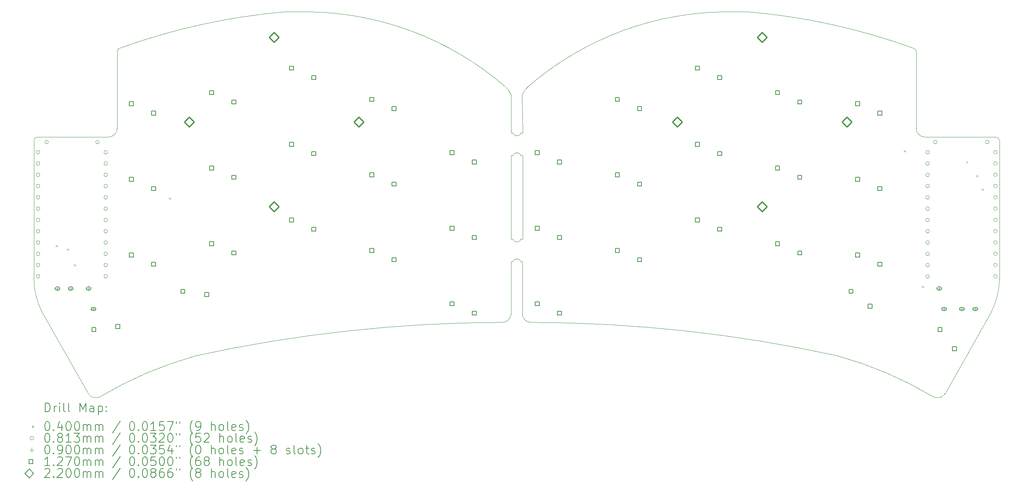
<source format=gbr>
%FSLAX45Y45*%
G04 Gerber Fmt 4.5, Leading zero omitted, Abs format (unit mm)*
G04 Created by KiCad (PCBNEW (6.0.4)) date 2022-04-16 22:53:34*
%MOMM*%
%LPD*%
G01*
G04 APERTURE LIST*
%TA.AperFunction,Profile*%
%ADD10C,0.050000*%
%TD*%
%ADD11C,0.200000*%
%ADD12C,0.040000*%
%ADD13C,0.081280*%
%ADD14C,0.090000*%
%ADD15C,0.127000*%
%ADD16C,0.220000*%
G04 APERTURE END LIST*
D10*
X13150850Y-7772400D02*
X13150600Y-8954702D01*
X21999800Y-4776400D02*
X21999805Y-3043942D01*
X22371400Y-10805000D02*
G75*
G03*
X22644600Y-10745127I107000J165000D01*
G01*
X21999800Y-4776400D02*
G75*
G03*
X22203300Y-4969492I200000J7000D01*
G01*
X21956330Y-2975887D02*
G75*
G03*
X18206778Y-2150268I-4944280J-13527342D01*
G01*
X17812039Y-2150812D02*
G75*
G03*
X13289269Y-3826465I-25399J-6872998D01*
G01*
X23868800Y-5044200D02*
G75*
G03*
X23793800Y-4969200I-75000J0D01*
G01*
X13289300Y-3826500D02*
G75*
G03*
X13146605Y-4027870I244500J-324500D01*
G01*
X13150629Y-8954702D02*
G75*
G03*
X13354400Y-9138312I197801J14642D01*
G01*
X21999800Y-3043942D02*
G75*
G03*
X21956329Y-2975889I-75000J2D01*
G01*
X22371400Y-10805000D02*
G75*
G03*
X20218513Y-9886395I-4431600J-7404000D01*
G01*
X22203300Y-4969492D02*
X23793800Y-4969200D01*
X20218514Y-9886394D02*
G75*
G03*
X13354400Y-9138312I-6921914J-31647546D01*
G01*
X23868800Y-5842000D02*
X23868800Y-6654800D01*
X23695330Y-8885815D02*
X22644600Y-10745127D01*
X23695333Y-8885816D02*
G75*
G03*
X23870000Y-8153400I-1502723J745406D01*
G01*
X18206778Y-2150268D02*
X17812039Y-2150814D01*
X23868800Y-5044200D02*
X23868800Y-5842000D01*
X13146605Y-4027870D02*
X13157200Y-4876800D01*
X12934950Y-4876800D02*
X12896000Y-4876800D01*
X23868800Y-6654800D02*
X23868800Y-7543800D01*
X23868800Y-7543800D02*
X23870000Y-8153400D01*
X12934950Y-7264400D02*
X12896000Y-7264400D01*
X12934950Y-5384800D02*
X12896000Y-5384800D01*
X12934950Y-7772400D02*
X12896000Y-7772400D01*
X13157200Y-5384800D02*
X13157200Y-7264400D01*
X7841222Y-2150268D02*
X8261361Y-2150814D01*
X2179200Y-5044200D02*
X2179200Y-5842000D01*
X12896000Y-7772400D02*
X12897551Y-8954502D01*
X12901394Y-4027870D02*
G75*
G03*
X12758700Y-3826500I-387195J-123130D01*
G01*
X12693600Y-9138312D02*
G75*
G03*
X12897551Y-8954502I5950J198452D01*
G01*
X4048200Y-4776400D02*
X4048195Y-3043942D01*
X2179200Y-6654800D02*
X2179200Y-7391400D01*
X2352670Y-8885815D02*
X3403400Y-10745127D01*
X3844700Y-4969492D02*
G75*
G03*
X4048200Y-4776400I3500J200092D01*
G01*
X7841222Y-2150268D02*
G75*
G03*
X4091671Y-2975889I1194733J-14352958D01*
G01*
X12693600Y-9138312D02*
G75*
G03*
X5829487Y-9886395I57805J-32395641D01*
G01*
X2178000Y-8153400D02*
G75*
G03*
X2352670Y-8885815I1677385J12995D01*
G01*
X2254200Y-4969200D02*
G75*
G03*
X2179200Y-5044200I0J-75000D01*
G01*
X3844700Y-4969492D02*
X2254200Y-4969200D01*
X2179200Y-5842000D02*
X2179200Y-6654800D01*
X4091669Y-2975885D02*
G75*
G03*
X4048195Y-3043942I31531J-68055D01*
G01*
X3403400Y-10745127D02*
G75*
G03*
X3676600Y-10805000I166200J105127D01*
G01*
X12758699Y-3826501D02*
G75*
G03*
X8261361Y-2150814I-4497339J-5197309D01*
G01*
X5829487Y-9886395D02*
G75*
G03*
X3676600Y-10805000I2278713J-8322605D01*
G01*
X2179200Y-7391400D02*
X2178000Y-8153400D01*
X12896000Y-5384800D02*
X12896000Y-7264400D01*
X12901394Y-4027870D02*
X12896000Y-4876800D01*
X13157200Y-7264400D02*
X13125450Y-7264400D01*
X12934950Y-4876800D02*
G75*
G03*
X13125450Y-4876800I95250J38100D01*
G01*
X13125450Y-7772400D02*
G75*
G03*
X12934950Y-7772400I-95250J-38100D01*
G01*
X13125450Y-5384800D02*
G75*
G03*
X12934950Y-5384800I-95250J-38100D01*
G01*
X13157200Y-4876800D02*
X13125450Y-4876800D01*
X12934950Y-7264400D02*
G75*
G03*
X13125450Y-7264400I95250J38100D01*
G01*
X13150850Y-7772400D02*
X13125450Y-7772400D01*
X13157200Y-5384800D02*
X13125450Y-5384800D01*
D11*
D12*
X2672400Y-7396800D02*
X2712400Y-7436800D01*
X2712400Y-7396800D02*
X2672400Y-7436800D01*
X2926400Y-7473000D02*
X2966400Y-7513000D01*
X2966400Y-7473000D02*
X2926400Y-7513000D01*
X3078800Y-7828600D02*
X3118800Y-7868600D01*
X3118800Y-7828600D02*
X3078800Y-7868600D01*
X5212400Y-6330000D02*
X5252400Y-6370000D01*
X5252400Y-6330000D02*
X5212400Y-6370000D01*
X21722400Y-5263200D02*
X21762400Y-5303200D01*
X21762400Y-5263200D02*
X21722400Y-5303200D01*
X22128800Y-8311200D02*
X22168800Y-8351200D01*
X22168800Y-8311200D02*
X22128800Y-8351200D01*
X23123700Y-5512900D02*
X23163700Y-5552900D01*
X23163700Y-5512900D02*
X23123700Y-5552900D01*
X23348000Y-5822000D02*
X23388000Y-5862000D01*
X23388000Y-5822000D02*
X23348000Y-5862000D01*
X23475000Y-6126800D02*
X23515000Y-6166800D01*
X23515000Y-6126800D02*
X23475000Y-6166800D01*
D13*
X2312380Y-5308600D02*
G75*
G03*
X2312380Y-5308600I-40640J0D01*
G01*
X2312380Y-5562600D02*
G75*
G03*
X2312380Y-5562600I-40640J0D01*
G01*
X2312380Y-5816600D02*
G75*
G03*
X2312380Y-5816600I-40640J0D01*
G01*
X2312380Y-6070600D02*
G75*
G03*
X2312380Y-6070600I-40640J0D01*
G01*
X2312380Y-6324600D02*
G75*
G03*
X2312380Y-6324600I-40640J0D01*
G01*
X2312380Y-6578600D02*
G75*
G03*
X2312380Y-6578600I-40640J0D01*
G01*
X2312380Y-6832600D02*
G75*
G03*
X2312380Y-6832600I-40640J0D01*
G01*
X2312380Y-7086600D02*
G75*
G03*
X2312380Y-7086600I-40640J0D01*
G01*
X2312380Y-7340600D02*
G75*
G03*
X2312380Y-7340600I-40640J0D01*
G01*
X2312380Y-7594600D02*
G75*
G03*
X2312380Y-7594600I-40640J0D01*
G01*
X2312380Y-7848600D02*
G75*
G03*
X2312380Y-7848600I-40640J0D01*
G01*
X2312380Y-8102600D02*
G75*
G03*
X2312380Y-8102600I-40640J0D01*
G01*
X2504440Y-5080000D02*
G75*
G03*
X2504440Y-5080000I-40640J0D01*
G01*
X3647440Y-5080000D02*
G75*
G03*
X3647440Y-5080000I-40640J0D01*
G01*
X3834380Y-5308600D02*
G75*
G03*
X3834380Y-5308600I-40640J0D01*
G01*
X3834380Y-5562600D02*
G75*
G03*
X3834380Y-5562600I-40640J0D01*
G01*
X3834380Y-5816600D02*
G75*
G03*
X3834380Y-5816600I-40640J0D01*
G01*
X3834380Y-6070600D02*
G75*
G03*
X3834380Y-6070600I-40640J0D01*
G01*
X3834380Y-6324600D02*
G75*
G03*
X3834380Y-6324600I-40640J0D01*
G01*
X3834380Y-6578600D02*
G75*
G03*
X3834380Y-6578600I-40640J0D01*
G01*
X3834380Y-6832600D02*
G75*
G03*
X3834380Y-6832600I-40640J0D01*
G01*
X3834380Y-7086600D02*
G75*
G03*
X3834380Y-7086600I-40640J0D01*
G01*
X3834380Y-7340600D02*
G75*
G03*
X3834380Y-7340600I-40640J0D01*
G01*
X3834380Y-7594600D02*
G75*
G03*
X3834380Y-7594600I-40640J0D01*
G01*
X3834380Y-7848600D02*
G75*
G03*
X3834380Y-7848600I-40640J0D01*
G01*
X3834380Y-8102600D02*
G75*
G03*
X3834380Y-8102600I-40640J0D01*
G01*
X22297580Y-5308600D02*
G75*
G03*
X22297580Y-5308600I-40640J0D01*
G01*
X22297580Y-5562600D02*
G75*
G03*
X22297580Y-5562600I-40640J0D01*
G01*
X22297580Y-5816600D02*
G75*
G03*
X22297580Y-5816600I-40640J0D01*
G01*
X22297580Y-6070600D02*
G75*
G03*
X22297580Y-6070600I-40640J0D01*
G01*
X22297580Y-6324600D02*
G75*
G03*
X22297580Y-6324600I-40640J0D01*
G01*
X22297580Y-6578600D02*
G75*
G03*
X22297580Y-6578600I-40640J0D01*
G01*
X22297580Y-6832600D02*
G75*
G03*
X22297580Y-6832600I-40640J0D01*
G01*
X22297580Y-7086600D02*
G75*
G03*
X22297580Y-7086600I-40640J0D01*
G01*
X22297580Y-7340600D02*
G75*
G03*
X22297580Y-7340600I-40640J0D01*
G01*
X22297580Y-7594600D02*
G75*
G03*
X22297580Y-7594600I-40640J0D01*
G01*
X22297580Y-7848600D02*
G75*
G03*
X22297580Y-7848600I-40640J0D01*
G01*
X22297580Y-8102600D02*
G75*
G03*
X22297580Y-8102600I-40640J0D01*
G01*
X22468840Y-5080000D02*
G75*
G03*
X22468840Y-5080000I-40640J0D01*
G01*
X23637240Y-5080000D02*
G75*
G03*
X23637240Y-5080000I-40640J0D01*
G01*
X23819580Y-5308600D02*
G75*
G03*
X23819580Y-5308600I-40640J0D01*
G01*
X23819580Y-5562600D02*
G75*
G03*
X23819580Y-5562600I-40640J0D01*
G01*
X23819580Y-5816600D02*
G75*
G03*
X23819580Y-5816600I-40640J0D01*
G01*
X23819580Y-6070600D02*
G75*
G03*
X23819580Y-6070600I-40640J0D01*
G01*
X23819580Y-6324600D02*
G75*
G03*
X23819580Y-6324600I-40640J0D01*
G01*
X23819580Y-6578600D02*
G75*
G03*
X23819580Y-6578600I-40640J0D01*
G01*
X23819580Y-6832600D02*
G75*
G03*
X23819580Y-6832600I-40640J0D01*
G01*
X23819580Y-7086600D02*
G75*
G03*
X23819580Y-7086600I-40640J0D01*
G01*
X23819580Y-7340600D02*
G75*
G03*
X23819580Y-7340600I-40640J0D01*
G01*
X23819580Y-7594600D02*
G75*
G03*
X23819580Y-7594600I-40640J0D01*
G01*
X23819580Y-7848600D02*
G75*
G03*
X23819580Y-7848600I-40640J0D01*
G01*
X23819580Y-8102600D02*
G75*
G03*
X23819580Y-8102600I-40640J0D01*
G01*
D14*
X2707600Y-8330200D02*
X2707600Y-8420200D01*
X2662600Y-8375200D02*
X2752600Y-8375200D01*
D11*
X2687600Y-8410200D02*
X2727600Y-8410200D01*
X2687600Y-8340200D02*
X2727600Y-8340200D01*
X2727600Y-8410200D02*
G75*
G03*
X2727600Y-8340200I0J35000D01*
G01*
X2687600Y-8340200D02*
G75*
G03*
X2687600Y-8410200I0J-35000D01*
G01*
D14*
X3007600Y-8330200D02*
X3007600Y-8420200D01*
X2962600Y-8375200D02*
X3052600Y-8375200D01*
D11*
X2987600Y-8410200D02*
X3027600Y-8410200D01*
X2987600Y-8340200D02*
X3027600Y-8340200D01*
X3027600Y-8410200D02*
G75*
G03*
X3027600Y-8340200I0J35000D01*
G01*
X2987600Y-8340200D02*
G75*
G03*
X2987600Y-8410200I0J-35000D01*
G01*
D14*
X3407600Y-8330200D02*
X3407600Y-8420200D01*
X3362600Y-8375200D02*
X3452600Y-8375200D01*
D11*
X3387600Y-8410200D02*
X3427600Y-8410200D01*
X3387600Y-8340200D02*
X3427600Y-8340200D01*
X3427600Y-8410200D02*
G75*
G03*
X3427600Y-8340200I0J35000D01*
G01*
X3387600Y-8340200D02*
G75*
G03*
X3387600Y-8410200I0J-35000D01*
G01*
D14*
X3517600Y-8790200D02*
X3517600Y-8880200D01*
X3472600Y-8835200D02*
X3562600Y-8835200D01*
D11*
X3497600Y-8870200D02*
X3537600Y-8870200D01*
X3497600Y-8800200D02*
X3537600Y-8800200D01*
X3537600Y-8870200D02*
G75*
G03*
X3537600Y-8800200I0J35000D01*
G01*
X3497600Y-8800200D02*
G75*
G03*
X3497600Y-8870200I0J-35000D01*
G01*
D14*
X22517400Y-8330200D02*
X22517400Y-8420200D01*
X22472400Y-8375200D02*
X22562400Y-8375200D01*
D11*
X22537400Y-8340200D02*
X22497400Y-8340200D01*
X22537400Y-8410200D02*
X22497400Y-8410200D01*
X22497400Y-8340200D02*
G75*
G03*
X22497400Y-8410200I0J-35000D01*
G01*
X22537400Y-8410200D02*
G75*
G03*
X22537400Y-8340200I0J35000D01*
G01*
D14*
X22627400Y-8790200D02*
X22627400Y-8880200D01*
X22582400Y-8835200D02*
X22672400Y-8835200D01*
D11*
X22647400Y-8800200D02*
X22607400Y-8800200D01*
X22647400Y-8870200D02*
X22607400Y-8870200D01*
X22607400Y-8800200D02*
G75*
G03*
X22607400Y-8870200I0J-35000D01*
G01*
X22647400Y-8870200D02*
G75*
G03*
X22647400Y-8800200I0J35000D01*
G01*
D14*
X23027400Y-8790200D02*
X23027400Y-8880200D01*
X22982400Y-8835200D02*
X23072400Y-8835200D01*
D11*
X23047400Y-8800200D02*
X23007400Y-8800200D01*
X23047400Y-8870200D02*
X23007400Y-8870200D01*
X23007400Y-8800200D02*
G75*
G03*
X23007400Y-8870200I0J-35000D01*
G01*
X23047400Y-8870200D02*
G75*
G03*
X23047400Y-8800200I0J35000D01*
G01*
D14*
X23327400Y-8790200D02*
X23327400Y-8880200D01*
X23282400Y-8835200D02*
X23372400Y-8835200D01*
D11*
X23347400Y-8800200D02*
X23307400Y-8800200D01*
X23347400Y-8870200D02*
X23307400Y-8870200D01*
X23307400Y-8800200D02*
G75*
G03*
X23307400Y-8870200I0J-35000D01*
G01*
X23347400Y-8870200D02*
G75*
G03*
X23347400Y-8800200I0J35000D01*
G01*
D15*
X3571702Y-9342147D02*
X3571702Y-9252343D01*
X3481898Y-9252343D01*
X3481898Y-9342147D01*
X3571702Y-9342147D01*
X4109714Y-9274012D02*
X4109714Y-9184209D01*
X4019911Y-9184209D01*
X4019911Y-9274012D01*
X4109714Y-9274012D01*
X4413502Y-4263102D02*
X4413502Y-4173298D01*
X4323698Y-4173298D01*
X4323698Y-4263102D01*
X4413502Y-4263102D01*
X4413502Y-5962102D02*
X4413502Y-5872298D01*
X4323698Y-5872298D01*
X4323698Y-5962102D01*
X4413502Y-5962102D01*
X4413502Y-7663902D02*
X4413502Y-7574098D01*
X4323698Y-7574098D01*
X4323698Y-7663902D01*
X4413502Y-7663902D01*
X4913502Y-4473102D02*
X4913502Y-4383298D01*
X4823698Y-4383298D01*
X4823698Y-4473102D01*
X4913502Y-4473102D01*
X4913502Y-6172102D02*
X4913502Y-6082298D01*
X4823698Y-6082298D01*
X4823698Y-6172102D01*
X4913502Y-6172102D01*
X4913502Y-7873902D02*
X4913502Y-7784098D01*
X4823698Y-7784098D01*
X4823698Y-7873902D01*
X4913502Y-7873902D01*
X5569999Y-8483206D02*
X5569999Y-8393402D01*
X5480195Y-8393402D01*
X5480195Y-8483206D01*
X5569999Y-8483206D01*
X6107313Y-8556640D02*
X6107313Y-8466837D01*
X6017510Y-8466837D01*
X6017510Y-8556640D01*
X6107313Y-8556640D01*
X6214902Y-4013102D02*
X6214902Y-3923298D01*
X6125098Y-3923298D01*
X6125098Y-4013102D01*
X6214902Y-4013102D01*
X6214902Y-5708102D02*
X6214902Y-5618298D01*
X6125098Y-5618298D01*
X6125098Y-5708102D01*
X6214902Y-5708102D01*
X6214902Y-7409902D02*
X6214902Y-7320098D01*
X6125098Y-7320098D01*
X6125098Y-7409902D01*
X6214902Y-7409902D01*
X6714902Y-4223102D02*
X6714902Y-4133298D01*
X6625098Y-4133298D01*
X6625098Y-4223102D01*
X6714902Y-4223102D01*
X6714902Y-5918102D02*
X6714902Y-5828298D01*
X6625098Y-5828298D01*
X6625098Y-5918102D01*
X6714902Y-5918102D01*
X6714902Y-7619902D02*
X6714902Y-7530098D01*
X6625098Y-7530098D01*
X6625098Y-7619902D01*
X6714902Y-7619902D01*
X8013702Y-3463102D02*
X8013702Y-3373298D01*
X7923898Y-3373298D01*
X7923898Y-3463102D01*
X8013702Y-3463102D01*
X8013702Y-5174702D02*
X8013702Y-5084898D01*
X7923898Y-5084898D01*
X7923898Y-5174702D01*
X8013702Y-5174702D01*
X8013702Y-6876502D02*
X8013702Y-6786698D01*
X7923898Y-6786698D01*
X7923898Y-6876502D01*
X8013702Y-6876502D01*
X8513702Y-3673102D02*
X8513702Y-3583298D01*
X8423898Y-3583298D01*
X8423898Y-3673102D01*
X8513702Y-3673102D01*
X8513702Y-5384702D02*
X8513702Y-5294898D01*
X8423898Y-5294898D01*
X8423898Y-5384702D01*
X8513702Y-5384702D01*
X8513702Y-7086502D02*
X8513702Y-6996698D01*
X8423898Y-6996698D01*
X8423898Y-7086502D01*
X8513702Y-7086502D01*
X9816302Y-4163102D02*
X9816302Y-4073298D01*
X9726498Y-4073298D01*
X9726498Y-4163102D01*
X9816302Y-4163102D01*
X9816302Y-5860502D02*
X9816302Y-5770698D01*
X9726498Y-5770698D01*
X9726498Y-5860502D01*
X9816302Y-5860502D01*
X9816302Y-7562302D02*
X9816302Y-7472498D01*
X9726498Y-7472498D01*
X9726498Y-7562302D01*
X9816302Y-7562302D01*
X10316302Y-4373102D02*
X10316302Y-4283298D01*
X10226498Y-4283298D01*
X10226498Y-4373102D01*
X10316302Y-4373102D01*
X10316302Y-6070502D02*
X10316302Y-5980698D01*
X10226498Y-5980698D01*
X10226498Y-6070502D01*
X10316302Y-6070502D01*
X10316302Y-7772302D02*
X10316302Y-7682498D01*
X10226498Y-7682498D01*
X10226498Y-7772302D01*
X10316302Y-7772302D01*
X11618102Y-5363102D02*
X11618102Y-5273298D01*
X11528298Y-5273298D01*
X11528298Y-5363102D01*
X11618102Y-5363102D01*
X11618102Y-7063102D02*
X11618102Y-6973298D01*
X11528298Y-6973298D01*
X11528298Y-7063102D01*
X11618102Y-7063102D01*
X11618102Y-8763102D02*
X11618102Y-8673298D01*
X11528298Y-8673298D01*
X11528298Y-8763102D01*
X11618102Y-8763102D01*
X12118102Y-5573102D02*
X12118102Y-5483298D01*
X12028298Y-5483298D01*
X12028298Y-5573102D01*
X12118102Y-5573102D01*
X12118102Y-7273102D02*
X12118102Y-7183298D01*
X12028298Y-7183298D01*
X12028298Y-7273102D01*
X12118102Y-7273102D01*
X12118102Y-8973102D02*
X12118102Y-8883298D01*
X12028298Y-8883298D01*
X12028298Y-8973102D01*
X12118102Y-8973102D01*
X13530502Y-5363102D02*
X13530502Y-5273298D01*
X13440698Y-5273298D01*
X13440698Y-5363102D01*
X13530502Y-5363102D01*
X13530502Y-7063102D02*
X13530502Y-6973298D01*
X13440698Y-6973298D01*
X13440698Y-7063102D01*
X13530502Y-7063102D01*
X13530502Y-8763102D02*
X13530502Y-8673298D01*
X13440698Y-8673298D01*
X13440698Y-8763102D01*
X13530502Y-8763102D01*
X14030502Y-5573102D02*
X14030502Y-5483298D01*
X13940698Y-5483298D01*
X13940698Y-5573102D01*
X14030502Y-5573102D01*
X14030502Y-7273102D02*
X14030502Y-7183298D01*
X13940698Y-7183298D01*
X13940698Y-7273102D01*
X14030502Y-7273102D01*
X14030502Y-8973102D02*
X14030502Y-8883298D01*
X13940698Y-8883298D01*
X13940698Y-8973102D01*
X14030502Y-8973102D01*
X15330502Y-4163102D02*
X15330502Y-4073298D01*
X15240698Y-4073298D01*
X15240698Y-4163102D01*
X15330502Y-4163102D01*
X15330502Y-5860502D02*
X15330502Y-5770698D01*
X15240698Y-5770698D01*
X15240698Y-5860502D01*
X15330502Y-5860502D01*
X15330502Y-7562302D02*
X15330502Y-7472498D01*
X15240698Y-7472498D01*
X15240698Y-7562302D01*
X15330502Y-7562302D01*
X15830502Y-4373102D02*
X15830502Y-4283298D01*
X15740698Y-4283298D01*
X15740698Y-4373102D01*
X15830502Y-4373102D01*
X15830502Y-6070502D02*
X15830502Y-5980698D01*
X15740698Y-5980698D01*
X15740698Y-6070502D01*
X15830502Y-6070502D01*
X15830502Y-7772302D02*
X15830502Y-7682498D01*
X15740698Y-7682498D01*
X15740698Y-7772302D01*
X15830502Y-7772302D01*
X17130502Y-3463102D02*
X17130502Y-3373298D01*
X17040698Y-3373298D01*
X17040698Y-3463102D01*
X17130502Y-3463102D01*
X17130502Y-5174702D02*
X17130502Y-5084898D01*
X17040698Y-5084898D01*
X17040698Y-5174702D01*
X17130502Y-5174702D01*
X17130502Y-6876502D02*
X17130502Y-6786698D01*
X17040698Y-6786698D01*
X17040698Y-6876502D01*
X17130502Y-6876502D01*
X17630502Y-3673102D02*
X17630502Y-3583298D01*
X17540698Y-3583298D01*
X17540698Y-3673102D01*
X17630502Y-3673102D01*
X17630502Y-5384702D02*
X17630502Y-5294898D01*
X17540698Y-5294898D01*
X17540698Y-5384702D01*
X17630502Y-5384702D01*
X17630502Y-7086502D02*
X17630502Y-6996698D01*
X17540698Y-6996698D01*
X17540698Y-7086502D01*
X17630502Y-7086502D01*
X18930502Y-4013102D02*
X18930502Y-3923298D01*
X18840698Y-3923298D01*
X18840698Y-4013102D01*
X18930502Y-4013102D01*
X18930502Y-5708102D02*
X18930502Y-5618298D01*
X18840698Y-5618298D01*
X18840698Y-5708102D01*
X18930502Y-5708102D01*
X18930502Y-7409902D02*
X18930502Y-7320098D01*
X18840698Y-7320098D01*
X18840698Y-7409902D01*
X18930502Y-7409902D01*
X19430502Y-4223102D02*
X19430502Y-4133298D01*
X19340698Y-4133298D01*
X19340698Y-4223102D01*
X19430502Y-4223102D01*
X19430502Y-5918102D02*
X19430502Y-5828298D01*
X19340698Y-5828298D01*
X19340698Y-5918102D01*
X19430502Y-5918102D01*
X19430502Y-7619902D02*
X19430502Y-7530098D01*
X19340698Y-7530098D01*
X19340698Y-7619902D01*
X19430502Y-7619902D01*
X20580205Y-8483206D02*
X20580205Y-8393402D01*
X20490402Y-8393402D01*
X20490402Y-8483206D01*
X20580205Y-8483206D01*
X20728502Y-5962102D02*
X20728502Y-5872298D01*
X20638698Y-5872298D01*
X20638698Y-5962102D01*
X20728502Y-5962102D01*
X20728502Y-7663902D02*
X20728502Y-7574098D01*
X20638698Y-7574098D01*
X20638698Y-7663902D01*
X20728502Y-7663902D01*
X20730502Y-4263102D02*
X20730502Y-4173298D01*
X20640698Y-4173298D01*
X20640698Y-4263102D01*
X20730502Y-4263102D01*
X21008816Y-8815459D02*
X21008816Y-8725656D01*
X20919013Y-8725656D01*
X20919013Y-8815459D01*
X21008816Y-8815459D01*
X21228502Y-6172102D02*
X21228502Y-6082298D01*
X21138698Y-6082298D01*
X21138698Y-6172102D01*
X21228502Y-6172102D01*
X21228502Y-7873902D02*
X21228502Y-7784098D01*
X21138698Y-7784098D01*
X21138698Y-7873902D01*
X21228502Y-7873902D01*
X21230502Y-4473102D02*
X21230502Y-4383298D01*
X21140698Y-4383298D01*
X21140698Y-4473102D01*
X21230502Y-4473102D01*
X22578502Y-9342147D02*
X22578502Y-9252343D01*
X22488698Y-9252343D01*
X22488698Y-9342147D01*
X22578502Y-9342147D01*
X22906514Y-9774012D02*
X22906514Y-9684209D01*
X22816711Y-9684209D01*
X22816711Y-9774012D01*
X22906514Y-9774012D01*
D16*
X5664200Y-4738200D02*
X5774200Y-4628200D01*
X5664200Y-4518200D01*
X5554200Y-4628200D01*
X5664200Y-4738200D01*
X7569200Y-2833200D02*
X7679200Y-2723200D01*
X7569200Y-2613200D01*
X7459200Y-2723200D01*
X7569200Y-2833200D01*
X7569200Y-6643200D02*
X7679200Y-6533200D01*
X7569200Y-6423200D01*
X7459200Y-6533200D01*
X7569200Y-6643200D01*
X9474200Y-4738200D02*
X9584200Y-4628200D01*
X9474200Y-4518200D01*
X9364200Y-4628200D01*
X9474200Y-4738200D01*
X16630600Y-4738200D02*
X16740600Y-4628200D01*
X16630600Y-4518200D01*
X16520600Y-4628200D01*
X16630600Y-4738200D01*
X18535600Y-2833200D02*
X18645600Y-2723200D01*
X18535600Y-2613200D01*
X18425600Y-2723200D01*
X18535600Y-2833200D01*
X18535600Y-6643200D02*
X18645600Y-6533200D01*
X18535600Y-6423200D01*
X18425600Y-6533200D01*
X18535600Y-6643200D01*
X20440600Y-4738200D02*
X20550600Y-4628200D01*
X20440600Y-4518200D01*
X20330600Y-4628200D01*
X20440600Y-4738200D01*
D11*
X2433119Y-11149633D02*
X2433119Y-10949633D01*
X2480738Y-10949633D01*
X2509310Y-10959157D01*
X2528357Y-10978205D01*
X2537881Y-10997252D01*
X2547405Y-11035348D01*
X2547405Y-11063919D01*
X2537881Y-11102014D01*
X2528357Y-11121062D01*
X2509310Y-11140109D01*
X2480738Y-11149633D01*
X2433119Y-11149633D01*
X2633119Y-11149633D02*
X2633119Y-11016300D01*
X2633119Y-11054395D02*
X2642643Y-11035348D01*
X2652167Y-11025824D01*
X2671214Y-11016300D01*
X2690262Y-11016300D01*
X2756929Y-11149633D02*
X2756929Y-11016300D01*
X2756929Y-10949633D02*
X2747405Y-10959157D01*
X2756929Y-10968681D01*
X2766452Y-10959157D01*
X2756929Y-10949633D01*
X2756929Y-10968681D01*
X2880738Y-11149633D02*
X2861690Y-11140109D01*
X2852167Y-11121062D01*
X2852167Y-10949633D01*
X2985500Y-11149633D02*
X2966452Y-11140109D01*
X2956928Y-11121062D01*
X2956928Y-10949633D01*
X3214071Y-11149633D02*
X3214071Y-10949633D01*
X3280738Y-11092490D01*
X3347405Y-10949633D01*
X3347405Y-11149633D01*
X3528357Y-11149633D02*
X3528357Y-11044871D01*
X3518833Y-11025824D01*
X3499786Y-11016300D01*
X3461690Y-11016300D01*
X3442643Y-11025824D01*
X3528357Y-11140109D02*
X3509309Y-11149633D01*
X3461690Y-11149633D01*
X3442643Y-11140109D01*
X3433119Y-11121062D01*
X3433119Y-11102014D01*
X3442643Y-11082967D01*
X3461690Y-11073443D01*
X3509309Y-11073443D01*
X3528357Y-11063919D01*
X3623595Y-11016300D02*
X3623595Y-11216300D01*
X3623595Y-11025824D02*
X3642643Y-11016300D01*
X3680738Y-11016300D01*
X3699786Y-11025824D01*
X3709309Y-11035348D01*
X3718833Y-11054395D01*
X3718833Y-11111538D01*
X3709309Y-11130586D01*
X3699786Y-11140109D01*
X3680738Y-11149633D01*
X3642643Y-11149633D01*
X3623595Y-11140109D01*
X3804548Y-11130586D02*
X3814071Y-11140109D01*
X3804548Y-11149633D01*
X3795024Y-11140109D01*
X3804548Y-11130586D01*
X3804548Y-11149633D01*
X3804548Y-11025824D02*
X3814071Y-11035348D01*
X3804548Y-11044871D01*
X3795024Y-11035348D01*
X3804548Y-11025824D01*
X3804548Y-11044871D01*
D12*
X2135500Y-11459157D02*
X2175500Y-11499157D01*
X2175500Y-11459157D02*
X2135500Y-11499157D01*
D11*
X2471214Y-11369633D02*
X2490262Y-11369633D01*
X2509310Y-11379157D01*
X2518833Y-11388681D01*
X2528357Y-11407728D01*
X2537881Y-11445824D01*
X2537881Y-11493443D01*
X2528357Y-11531538D01*
X2518833Y-11550586D01*
X2509310Y-11560109D01*
X2490262Y-11569633D01*
X2471214Y-11569633D01*
X2452167Y-11560109D01*
X2442643Y-11550586D01*
X2433119Y-11531538D01*
X2423595Y-11493443D01*
X2423595Y-11445824D01*
X2433119Y-11407728D01*
X2442643Y-11388681D01*
X2452167Y-11379157D01*
X2471214Y-11369633D01*
X2623595Y-11550586D02*
X2633119Y-11560109D01*
X2623595Y-11569633D01*
X2614071Y-11560109D01*
X2623595Y-11550586D01*
X2623595Y-11569633D01*
X2804548Y-11436300D02*
X2804548Y-11569633D01*
X2756929Y-11360109D02*
X2709310Y-11502967D01*
X2833119Y-11502967D01*
X2947405Y-11369633D02*
X2966452Y-11369633D01*
X2985500Y-11379157D01*
X2995024Y-11388681D01*
X3004548Y-11407728D01*
X3014071Y-11445824D01*
X3014071Y-11493443D01*
X3004548Y-11531538D01*
X2995024Y-11550586D01*
X2985500Y-11560109D01*
X2966452Y-11569633D01*
X2947405Y-11569633D01*
X2928357Y-11560109D01*
X2918833Y-11550586D01*
X2909309Y-11531538D01*
X2899786Y-11493443D01*
X2899786Y-11445824D01*
X2909309Y-11407728D01*
X2918833Y-11388681D01*
X2928357Y-11379157D01*
X2947405Y-11369633D01*
X3137881Y-11369633D02*
X3156928Y-11369633D01*
X3175976Y-11379157D01*
X3185500Y-11388681D01*
X3195024Y-11407728D01*
X3204548Y-11445824D01*
X3204548Y-11493443D01*
X3195024Y-11531538D01*
X3185500Y-11550586D01*
X3175976Y-11560109D01*
X3156928Y-11569633D01*
X3137881Y-11569633D01*
X3118833Y-11560109D01*
X3109309Y-11550586D01*
X3099786Y-11531538D01*
X3090262Y-11493443D01*
X3090262Y-11445824D01*
X3099786Y-11407728D01*
X3109309Y-11388681D01*
X3118833Y-11379157D01*
X3137881Y-11369633D01*
X3290262Y-11569633D02*
X3290262Y-11436300D01*
X3290262Y-11455347D02*
X3299786Y-11445824D01*
X3318833Y-11436300D01*
X3347405Y-11436300D01*
X3366452Y-11445824D01*
X3375976Y-11464871D01*
X3375976Y-11569633D01*
X3375976Y-11464871D02*
X3385500Y-11445824D01*
X3404548Y-11436300D01*
X3433119Y-11436300D01*
X3452167Y-11445824D01*
X3461690Y-11464871D01*
X3461690Y-11569633D01*
X3556928Y-11569633D02*
X3556928Y-11436300D01*
X3556928Y-11455347D02*
X3566452Y-11445824D01*
X3585500Y-11436300D01*
X3614071Y-11436300D01*
X3633119Y-11445824D01*
X3642643Y-11464871D01*
X3642643Y-11569633D01*
X3642643Y-11464871D02*
X3652167Y-11445824D01*
X3671214Y-11436300D01*
X3699786Y-11436300D01*
X3718833Y-11445824D01*
X3728357Y-11464871D01*
X3728357Y-11569633D01*
X4118833Y-11360109D02*
X3947405Y-11617252D01*
X4375976Y-11369633D02*
X4395024Y-11369633D01*
X4414071Y-11379157D01*
X4423595Y-11388681D01*
X4433119Y-11407728D01*
X4442643Y-11445824D01*
X4442643Y-11493443D01*
X4433119Y-11531538D01*
X4423595Y-11550586D01*
X4414071Y-11560109D01*
X4395024Y-11569633D01*
X4375976Y-11569633D01*
X4356929Y-11560109D01*
X4347405Y-11550586D01*
X4337881Y-11531538D01*
X4328357Y-11493443D01*
X4328357Y-11445824D01*
X4337881Y-11407728D01*
X4347405Y-11388681D01*
X4356929Y-11379157D01*
X4375976Y-11369633D01*
X4528357Y-11550586D02*
X4537881Y-11560109D01*
X4528357Y-11569633D01*
X4518833Y-11560109D01*
X4528357Y-11550586D01*
X4528357Y-11569633D01*
X4661690Y-11369633D02*
X4680738Y-11369633D01*
X4699786Y-11379157D01*
X4709310Y-11388681D01*
X4718833Y-11407728D01*
X4728357Y-11445824D01*
X4728357Y-11493443D01*
X4718833Y-11531538D01*
X4709310Y-11550586D01*
X4699786Y-11560109D01*
X4680738Y-11569633D01*
X4661690Y-11569633D01*
X4642643Y-11560109D01*
X4633119Y-11550586D01*
X4623595Y-11531538D01*
X4614071Y-11493443D01*
X4614071Y-11445824D01*
X4623595Y-11407728D01*
X4633119Y-11388681D01*
X4642643Y-11379157D01*
X4661690Y-11369633D01*
X4918833Y-11569633D02*
X4804548Y-11569633D01*
X4861690Y-11569633D02*
X4861690Y-11369633D01*
X4842643Y-11398205D01*
X4823595Y-11417252D01*
X4804548Y-11426776D01*
X5099786Y-11369633D02*
X5004548Y-11369633D01*
X4995024Y-11464871D01*
X5004548Y-11455347D01*
X5023595Y-11445824D01*
X5071214Y-11445824D01*
X5090262Y-11455347D01*
X5099786Y-11464871D01*
X5109310Y-11483919D01*
X5109310Y-11531538D01*
X5099786Y-11550586D01*
X5090262Y-11560109D01*
X5071214Y-11569633D01*
X5023595Y-11569633D01*
X5004548Y-11560109D01*
X4995024Y-11550586D01*
X5175976Y-11369633D02*
X5309310Y-11369633D01*
X5223595Y-11569633D01*
X5375976Y-11369633D02*
X5375976Y-11407728D01*
X5452167Y-11369633D02*
X5452167Y-11407728D01*
X5747405Y-11645824D02*
X5737881Y-11636300D01*
X5718833Y-11607728D01*
X5709309Y-11588681D01*
X5699786Y-11560109D01*
X5690262Y-11512490D01*
X5690262Y-11474395D01*
X5699786Y-11426776D01*
X5709309Y-11398205D01*
X5718833Y-11379157D01*
X5737881Y-11350586D01*
X5747405Y-11341062D01*
X5833119Y-11569633D02*
X5871214Y-11569633D01*
X5890262Y-11560109D01*
X5899786Y-11550586D01*
X5918833Y-11522014D01*
X5928357Y-11483919D01*
X5928357Y-11407728D01*
X5918833Y-11388681D01*
X5909309Y-11379157D01*
X5890262Y-11369633D01*
X5852167Y-11369633D01*
X5833119Y-11379157D01*
X5823595Y-11388681D01*
X5814071Y-11407728D01*
X5814071Y-11455347D01*
X5823595Y-11474395D01*
X5833119Y-11483919D01*
X5852167Y-11493443D01*
X5890262Y-11493443D01*
X5909309Y-11483919D01*
X5918833Y-11474395D01*
X5928357Y-11455347D01*
X6166452Y-11569633D02*
X6166452Y-11369633D01*
X6252167Y-11569633D02*
X6252167Y-11464871D01*
X6242643Y-11445824D01*
X6223595Y-11436300D01*
X6195024Y-11436300D01*
X6175976Y-11445824D01*
X6166452Y-11455347D01*
X6375976Y-11569633D02*
X6356928Y-11560109D01*
X6347405Y-11550586D01*
X6337881Y-11531538D01*
X6337881Y-11474395D01*
X6347405Y-11455347D01*
X6356928Y-11445824D01*
X6375976Y-11436300D01*
X6404548Y-11436300D01*
X6423595Y-11445824D01*
X6433119Y-11455347D01*
X6442643Y-11474395D01*
X6442643Y-11531538D01*
X6433119Y-11550586D01*
X6423595Y-11560109D01*
X6404548Y-11569633D01*
X6375976Y-11569633D01*
X6556928Y-11569633D02*
X6537881Y-11560109D01*
X6528357Y-11541062D01*
X6528357Y-11369633D01*
X6709309Y-11560109D02*
X6690262Y-11569633D01*
X6652167Y-11569633D01*
X6633119Y-11560109D01*
X6623595Y-11541062D01*
X6623595Y-11464871D01*
X6633119Y-11445824D01*
X6652167Y-11436300D01*
X6690262Y-11436300D01*
X6709309Y-11445824D01*
X6718833Y-11464871D01*
X6718833Y-11483919D01*
X6623595Y-11502967D01*
X6795024Y-11560109D02*
X6814071Y-11569633D01*
X6852167Y-11569633D01*
X6871214Y-11560109D01*
X6880738Y-11541062D01*
X6880738Y-11531538D01*
X6871214Y-11512490D01*
X6852167Y-11502967D01*
X6823595Y-11502967D01*
X6804548Y-11493443D01*
X6795024Y-11474395D01*
X6795024Y-11464871D01*
X6804548Y-11445824D01*
X6823595Y-11436300D01*
X6852167Y-11436300D01*
X6871214Y-11445824D01*
X6947405Y-11645824D02*
X6956928Y-11636300D01*
X6975976Y-11607728D01*
X6985500Y-11588681D01*
X6995024Y-11560109D01*
X7004548Y-11512490D01*
X7004548Y-11474395D01*
X6995024Y-11426776D01*
X6985500Y-11398205D01*
X6975976Y-11379157D01*
X6956928Y-11350586D01*
X6947405Y-11341062D01*
D13*
X2175500Y-11743157D02*
G75*
G03*
X2175500Y-11743157I-40640J0D01*
G01*
D11*
X2471214Y-11633633D02*
X2490262Y-11633633D01*
X2509310Y-11643157D01*
X2518833Y-11652681D01*
X2528357Y-11671728D01*
X2537881Y-11709824D01*
X2537881Y-11757443D01*
X2528357Y-11795538D01*
X2518833Y-11814586D01*
X2509310Y-11824109D01*
X2490262Y-11833633D01*
X2471214Y-11833633D01*
X2452167Y-11824109D01*
X2442643Y-11814586D01*
X2433119Y-11795538D01*
X2423595Y-11757443D01*
X2423595Y-11709824D01*
X2433119Y-11671728D01*
X2442643Y-11652681D01*
X2452167Y-11643157D01*
X2471214Y-11633633D01*
X2623595Y-11814586D02*
X2633119Y-11824109D01*
X2623595Y-11833633D01*
X2614071Y-11824109D01*
X2623595Y-11814586D01*
X2623595Y-11833633D01*
X2747405Y-11719347D02*
X2728357Y-11709824D01*
X2718833Y-11700300D01*
X2709310Y-11681252D01*
X2709310Y-11671728D01*
X2718833Y-11652681D01*
X2728357Y-11643157D01*
X2747405Y-11633633D01*
X2785500Y-11633633D01*
X2804548Y-11643157D01*
X2814071Y-11652681D01*
X2823595Y-11671728D01*
X2823595Y-11681252D01*
X2814071Y-11700300D01*
X2804548Y-11709824D01*
X2785500Y-11719347D01*
X2747405Y-11719347D01*
X2728357Y-11728871D01*
X2718833Y-11738395D01*
X2709310Y-11757443D01*
X2709310Y-11795538D01*
X2718833Y-11814586D01*
X2728357Y-11824109D01*
X2747405Y-11833633D01*
X2785500Y-11833633D01*
X2804548Y-11824109D01*
X2814071Y-11814586D01*
X2823595Y-11795538D01*
X2823595Y-11757443D01*
X2814071Y-11738395D01*
X2804548Y-11728871D01*
X2785500Y-11719347D01*
X3014071Y-11833633D02*
X2899786Y-11833633D01*
X2956928Y-11833633D02*
X2956928Y-11633633D01*
X2937881Y-11662205D01*
X2918833Y-11681252D01*
X2899786Y-11690776D01*
X3080738Y-11633633D02*
X3204548Y-11633633D01*
X3137881Y-11709824D01*
X3166452Y-11709824D01*
X3185500Y-11719347D01*
X3195024Y-11728871D01*
X3204548Y-11747919D01*
X3204548Y-11795538D01*
X3195024Y-11814586D01*
X3185500Y-11824109D01*
X3166452Y-11833633D01*
X3109309Y-11833633D01*
X3090262Y-11824109D01*
X3080738Y-11814586D01*
X3290262Y-11833633D02*
X3290262Y-11700300D01*
X3290262Y-11719347D02*
X3299786Y-11709824D01*
X3318833Y-11700300D01*
X3347405Y-11700300D01*
X3366452Y-11709824D01*
X3375976Y-11728871D01*
X3375976Y-11833633D01*
X3375976Y-11728871D02*
X3385500Y-11709824D01*
X3404548Y-11700300D01*
X3433119Y-11700300D01*
X3452167Y-11709824D01*
X3461690Y-11728871D01*
X3461690Y-11833633D01*
X3556928Y-11833633D02*
X3556928Y-11700300D01*
X3556928Y-11719347D02*
X3566452Y-11709824D01*
X3585500Y-11700300D01*
X3614071Y-11700300D01*
X3633119Y-11709824D01*
X3642643Y-11728871D01*
X3642643Y-11833633D01*
X3642643Y-11728871D02*
X3652167Y-11709824D01*
X3671214Y-11700300D01*
X3699786Y-11700300D01*
X3718833Y-11709824D01*
X3728357Y-11728871D01*
X3728357Y-11833633D01*
X4118833Y-11624109D02*
X3947405Y-11881252D01*
X4375976Y-11633633D02*
X4395024Y-11633633D01*
X4414071Y-11643157D01*
X4423595Y-11652681D01*
X4433119Y-11671728D01*
X4442643Y-11709824D01*
X4442643Y-11757443D01*
X4433119Y-11795538D01*
X4423595Y-11814586D01*
X4414071Y-11824109D01*
X4395024Y-11833633D01*
X4375976Y-11833633D01*
X4356929Y-11824109D01*
X4347405Y-11814586D01*
X4337881Y-11795538D01*
X4328357Y-11757443D01*
X4328357Y-11709824D01*
X4337881Y-11671728D01*
X4347405Y-11652681D01*
X4356929Y-11643157D01*
X4375976Y-11633633D01*
X4528357Y-11814586D02*
X4537881Y-11824109D01*
X4528357Y-11833633D01*
X4518833Y-11824109D01*
X4528357Y-11814586D01*
X4528357Y-11833633D01*
X4661690Y-11633633D02*
X4680738Y-11633633D01*
X4699786Y-11643157D01*
X4709310Y-11652681D01*
X4718833Y-11671728D01*
X4728357Y-11709824D01*
X4728357Y-11757443D01*
X4718833Y-11795538D01*
X4709310Y-11814586D01*
X4699786Y-11824109D01*
X4680738Y-11833633D01*
X4661690Y-11833633D01*
X4642643Y-11824109D01*
X4633119Y-11814586D01*
X4623595Y-11795538D01*
X4614071Y-11757443D01*
X4614071Y-11709824D01*
X4623595Y-11671728D01*
X4633119Y-11652681D01*
X4642643Y-11643157D01*
X4661690Y-11633633D01*
X4795024Y-11633633D02*
X4918833Y-11633633D01*
X4852167Y-11709824D01*
X4880738Y-11709824D01*
X4899786Y-11719347D01*
X4909310Y-11728871D01*
X4918833Y-11747919D01*
X4918833Y-11795538D01*
X4909310Y-11814586D01*
X4899786Y-11824109D01*
X4880738Y-11833633D01*
X4823595Y-11833633D01*
X4804548Y-11824109D01*
X4795024Y-11814586D01*
X4995024Y-11652681D02*
X5004548Y-11643157D01*
X5023595Y-11633633D01*
X5071214Y-11633633D01*
X5090262Y-11643157D01*
X5099786Y-11652681D01*
X5109310Y-11671728D01*
X5109310Y-11690776D01*
X5099786Y-11719347D01*
X4985500Y-11833633D01*
X5109310Y-11833633D01*
X5233119Y-11633633D02*
X5252167Y-11633633D01*
X5271214Y-11643157D01*
X5280738Y-11652681D01*
X5290262Y-11671728D01*
X5299786Y-11709824D01*
X5299786Y-11757443D01*
X5290262Y-11795538D01*
X5280738Y-11814586D01*
X5271214Y-11824109D01*
X5252167Y-11833633D01*
X5233119Y-11833633D01*
X5214071Y-11824109D01*
X5204548Y-11814586D01*
X5195024Y-11795538D01*
X5185500Y-11757443D01*
X5185500Y-11709824D01*
X5195024Y-11671728D01*
X5204548Y-11652681D01*
X5214071Y-11643157D01*
X5233119Y-11633633D01*
X5375976Y-11633633D02*
X5375976Y-11671728D01*
X5452167Y-11633633D02*
X5452167Y-11671728D01*
X5747405Y-11909824D02*
X5737881Y-11900300D01*
X5718833Y-11871728D01*
X5709309Y-11852681D01*
X5699786Y-11824109D01*
X5690262Y-11776490D01*
X5690262Y-11738395D01*
X5699786Y-11690776D01*
X5709309Y-11662205D01*
X5718833Y-11643157D01*
X5737881Y-11614586D01*
X5747405Y-11605062D01*
X5918833Y-11633633D02*
X5823595Y-11633633D01*
X5814071Y-11728871D01*
X5823595Y-11719347D01*
X5842643Y-11709824D01*
X5890262Y-11709824D01*
X5909309Y-11719347D01*
X5918833Y-11728871D01*
X5928357Y-11747919D01*
X5928357Y-11795538D01*
X5918833Y-11814586D01*
X5909309Y-11824109D01*
X5890262Y-11833633D01*
X5842643Y-11833633D01*
X5823595Y-11824109D01*
X5814071Y-11814586D01*
X6004548Y-11652681D02*
X6014071Y-11643157D01*
X6033119Y-11633633D01*
X6080738Y-11633633D01*
X6099786Y-11643157D01*
X6109309Y-11652681D01*
X6118833Y-11671728D01*
X6118833Y-11690776D01*
X6109309Y-11719347D01*
X5995024Y-11833633D01*
X6118833Y-11833633D01*
X6356928Y-11833633D02*
X6356928Y-11633633D01*
X6442643Y-11833633D02*
X6442643Y-11728871D01*
X6433119Y-11709824D01*
X6414071Y-11700300D01*
X6385500Y-11700300D01*
X6366452Y-11709824D01*
X6356928Y-11719347D01*
X6566452Y-11833633D02*
X6547405Y-11824109D01*
X6537881Y-11814586D01*
X6528357Y-11795538D01*
X6528357Y-11738395D01*
X6537881Y-11719347D01*
X6547405Y-11709824D01*
X6566452Y-11700300D01*
X6595024Y-11700300D01*
X6614071Y-11709824D01*
X6623595Y-11719347D01*
X6633119Y-11738395D01*
X6633119Y-11795538D01*
X6623595Y-11814586D01*
X6614071Y-11824109D01*
X6595024Y-11833633D01*
X6566452Y-11833633D01*
X6747405Y-11833633D02*
X6728357Y-11824109D01*
X6718833Y-11805062D01*
X6718833Y-11633633D01*
X6899786Y-11824109D02*
X6880738Y-11833633D01*
X6842643Y-11833633D01*
X6823595Y-11824109D01*
X6814071Y-11805062D01*
X6814071Y-11728871D01*
X6823595Y-11709824D01*
X6842643Y-11700300D01*
X6880738Y-11700300D01*
X6899786Y-11709824D01*
X6909309Y-11728871D01*
X6909309Y-11747919D01*
X6814071Y-11766967D01*
X6985500Y-11824109D02*
X7004548Y-11833633D01*
X7042643Y-11833633D01*
X7061690Y-11824109D01*
X7071214Y-11805062D01*
X7071214Y-11795538D01*
X7061690Y-11776490D01*
X7042643Y-11766967D01*
X7014071Y-11766967D01*
X6995024Y-11757443D01*
X6985500Y-11738395D01*
X6985500Y-11728871D01*
X6995024Y-11709824D01*
X7014071Y-11700300D01*
X7042643Y-11700300D01*
X7061690Y-11709824D01*
X7137881Y-11909824D02*
X7147405Y-11900300D01*
X7166452Y-11871728D01*
X7175976Y-11852681D01*
X7185500Y-11824109D01*
X7195024Y-11776490D01*
X7195024Y-11738395D01*
X7185500Y-11690776D01*
X7175976Y-11662205D01*
X7166452Y-11643157D01*
X7147405Y-11614586D01*
X7137881Y-11605062D01*
D14*
X2130500Y-11962157D02*
X2130500Y-12052157D01*
X2085500Y-12007157D02*
X2175500Y-12007157D01*
D11*
X2471214Y-11897633D02*
X2490262Y-11897633D01*
X2509310Y-11907157D01*
X2518833Y-11916681D01*
X2528357Y-11935728D01*
X2537881Y-11973824D01*
X2537881Y-12021443D01*
X2528357Y-12059538D01*
X2518833Y-12078586D01*
X2509310Y-12088109D01*
X2490262Y-12097633D01*
X2471214Y-12097633D01*
X2452167Y-12088109D01*
X2442643Y-12078586D01*
X2433119Y-12059538D01*
X2423595Y-12021443D01*
X2423595Y-11973824D01*
X2433119Y-11935728D01*
X2442643Y-11916681D01*
X2452167Y-11907157D01*
X2471214Y-11897633D01*
X2623595Y-12078586D02*
X2633119Y-12088109D01*
X2623595Y-12097633D01*
X2614071Y-12088109D01*
X2623595Y-12078586D01*
X2623595Y-12097633D01*
X2728357Y-12097633D02*
X2766452Y-12097633D01*
X2785500Y-12088109D01*
X2795024Y-12078586D01*
X2814071Y-12050014D01*
X2823595Y-12011919D01*
X2823595Y-11935728D01*
X2814071Y-11916681D01*
X2804548Y-11907157D01*
X2785500Y-11897633D01*
X2747405Y-11897633D01*
X2728357Y-11907157D01*
X2718833Y-11916681D01*
X2709310Y-11935728D01*
X2709310Y-11983347D01*
X2718833Y-12002395D01*
X2728357Y-12011919D01*
X2747405Y-12021443D01*
X2785500Y-12021443D01*
X2804548Y-12011919D01*
X2814071Y-12002395D01*
X2823595Y-11983347D01*
X2947405Y-11897633D02*
X2966452Y-11897633D01*
X2985500Y-11907157D01*
X2995024Y-11916681D01*
X3004548Y-11935728D01*
X3014071Y-11973824D01*
X3014071Y-12021443D01*
X3004548Y-12059538D01*
X2995024Y-12078586D01*
X2985500Y-12088109D01*
X2966452Y-12097633D01*
X2947405Y-12097633D01*
X2928357Y-12088109D01*
X2918833Y-12078586D01*
X2909309Y-12059538D01*
X2899786Y-12021443D01*
X2899786Y-11973824D01*
X2909309Y-11935728D01*
X2918833Y-11916681D01*
X2928357Y-11907157D01*
X2947405Y-11897633D01*
X3137881Y-11897633D02*
X3156928Y-11897633D01*
X3175976Y-11907157D01*
X3185500Y-11916681D01*
X3195024Y-11935728D01*
X3204548Y-11973824D01*
X3204548Y-12021443D01*
X3195024Y-12059538D01*
X3185500Y-12078586D01*
X3175976Y-12088109D01*
X3156928Y-12097633D01*
X3137881Y-12097633D01*
X3118833Y-12088109D01*
X3109309Y-12078586D01*
X3099786Y-12059538D01*
X3090262Y-12021443D01*
X3090262Y-11973824D01*
X3099786Y-11935728D01*
X3109309Y-11916681D01*
X3118833Y-11907157D01*
X3137881Y-11897633D01*
X3290262Y-12097633D02*
X3290262Y-11964300D01*
X3290262Y-11983347D02*
X3299786Y-11973824D01*
X3318833Y-11964300D01*
X3347405Y-11964300D01*
X3366452Y-11973824D01*
X3375976Y-11992871D01*
X3375976Y-12097633D01*
X3375976Y-11992871D02*
X3385500Y-11973824D01*
X3404548Y-11964300D01*
X3433119Y-11964300D01*
X3452167Y-11973824D01*
X3461690Y-11992871D01*
X3461690Y-12097633D01*
X3556928Y-12097633D02*
X3556928Y-11964300D01*
X3556928Y-11983347D02*
X3566452Y-11973824D01*
X3585500Y-11964300D01*
X3614071Y-11964300D01*
X3633119Y-11973824D01*
X3642643Y-11992871D01*
X3642643Y-12097633D01*
X3642643Y-11992871D02*
X3652167Y-11973824D01*
X3671214Y-11964300D01*
X3699786Y-11964300D01*
X3718833Y-11973824D01*
X3728357Y-11992871D01*
X3728357Y-12097633D01*
X4118833Y-11888109D02*
X3947405Y-12145252D01*
X4375976Y-11897633D02*
X4395024Y-11897633D01*
X4414071Y-11907157D01*
X4423595Y-11916681D01*
X4433119Y-11935728D01*
X4442643Y-11973824D01*
X4442643Y-12021443D01*
X4433119Y-12059538D01*
X4423595Y-12078586D01*
X4414071Y-12088109D01*
X4395024Y-12097633D01*
X4375976Y-12097633D01*
X4356929Y-12088109D01*
X4347405Y-12078586D01*
X4337881Y-12059538D01*
X4328357Y-12021443D01*
X4328357Y-11973824D01*
X4337881Y-11935728D01*
X4347405Y-11916681D01*
X4356929Y-11907157D01*
X4375976Y-11897633D01*
X4528357Y-12078586D02*
X4537881Y-12088109D01*
X4528357Y-12097633D01*
X4518833Y-12088109D01*
X4528357Y-12078586D01*
X4528357Y-12097633D01*
X4661690Y-11897633D02*
X4680738Y-11897633D01*
X4699786Y-11907157D01*
X4709310Y-11916681D01*
X4718833Y-11935728D01*
X4728357Y-11973824D01*
X4728357Y-12021443D01*
X4718833Y-12059538D01*
X4709310Y-12078586D01*
X4699786Y-12088109D01*
X4680738Y-12097633D01*
X4661690Y-12097633D01*
X4642643Y-12088109D01*
X4633119Y-12078586D01*
X4623595Y-12059538D01*
X4614071Y-12021443D01*
X4614071Y-11973824D01*
X4623595Y-11935728D01*
X4633119Y-11916681D01*
X4642643Y-11907157D01*
X4661690Y-11897633D01*
X4795024Y-11897633D02*
X4918833Y-11897633D01*
X4852167Y-11973824D01*
X4880738Y-11973824D01*
X4899786Y-11983347D01*
X4909310Y-11992871D01*
X4918833Y-12011919D01*
X4918833Y-12059538D01*
X4909310Y-12078586D01*
X4899786Y-12088109D01*
X4880738Y-12097633D01*
X4823595Y-12097633D01*
X4804548Y-12088109D01*
X4795024Y-12078586D01*
X5099786Y-11897633D02*
X5004548Y-11897633D01*
X4995024Y-11992871D01*
X5004548Y-11983347D01*
X5023595Y-11973824D01*
X5071214Y-11973824D01*
X5090262Y-11983347D01*
X5099786Y-11992871D01*
X5109310Y-12011919D01*
X5109310Y-12059538D01*
X5099786Y-12078586D01*
X5090262Y-12088109D01*
X5071214Y-12097633D01*
X5023595Y-12097633D01*
X5004548Y-12088109D01*
X4995024Y-12078586D01*
X5280738Y-11964300D02*
X5280738Y-12097633D01*
X5233119Y-11888109D02*
X5185500Y-12030967D01*
X5309310Y-12030967D01*
X5375976Y-11897633D02*
X5375976Y-11935728D01*
X5452167Y-11897633D02*
X5452167Y-11935728D01*
X5747405Y-12173824D02*
X5737881Y-12164300D01*
X5718833Y-12135728D01*
X5709309Y-12116681D01*
X5699786Y-12088109D01*
X5690262Y-12040490D01*
X5690262Y-12002395D01*
X5699786Y-11954776D01*
X5709309Y-11926205D01*
X5718833Y-11907157D01*
X5737881Y-11878586D01*
X5747405Y-11869062D01*
X5861690Y-11897633D02*
X5880738Y-11897633D01*
X5899786Y-11907157D01*
X5909309Y-11916681D01*
X5918833Y-11935728D01*
X5928357Y-11973824D01*
X5928357Y-12021443D01*
X5918833Y-12059538D01*
X5909309Y-12078586D01*
X5899786Y-12088109D01*
X5880738Y-12097633D01*
X5861690Y-12097633D01*
X5842643Y-12088109D01*
X5833119Y-12078586D01*
X5823595Y-12059538D01*
X5814071Y-12021443D01*
X5814071Y-11973824D01*
X5823595Y-11935728D01*
X5833119Y-11916681D01*
X5842643Y-11907157D01*
X5861690Y-11897633D01*
X6166452Y-12097633D02*
X6166452Y-11897633D01*
X6252167Y-12097633D02*
X6252167Y-11992871D01*
X6242643Y-11973824D01*
X6223595Y-11964300D01*
X6195024Y-11964300D01*
X6175976Y-11973824D01*
X6166452Y-11983347D01*
X6375976Y-12097633D02*
X6356928Y-12088109D01*
X6347405Y-12078586D01*
X6337881Y-12059538D01*
X6337881Y-12002395D01*
X6347405Y-11983347D01*
X6356928Y-11973824D01*
X6375976Y-11964300D01*
X6404548Y-11964300D01*
X6423595Y-11973824D01*
X6433119Y-11983347D01*
X6442643Y-12002395D01*
X6442643Y-12059538D01*
X6433119Y-12078586D01*
X6423595Y-12088109D01*
X6404548Y-12097633D01*
X6375976Y-12097633D01*
X6556928Y-12097633D02*
X6537881Y-12088109D01*
X6528357Y-12069062D01*
X6528357Y-11897633D01*
X6709309Y-12088109D02*
X6690262Y-12097633D01*
X6652167Y-12097633D01*
X6633119Y-12088109D01*
X6623595Y-12069062D01*
X6623595Y-11992871D01*
X6633119Y-11973824D01*
X6652167Y-11964300D01*
X6690262Y-11964300D01*
X6709309Y-11973824D01*
X6718833Y-11992871D01*
X6718833Y-12011919D01*
X6623595Y-12030967D01*
X6795024Y-12088109D02*
X6814071Y-12097633D01*
X6852167Y-12097633D01*
X6871214Y-12088109D01*
X6880738Y-12069062D01*
X6880738Y-12059538D01*
X6871214Y-12040490D01*
X6852167Y-12030967D01*
X6823595Y-12030967D01*
X6804548Y-12021443D01*
X6795024Y-12002395D01*
X6795024Y-11992871D01*
X6804548Y-11973824D01*
X6823595Y-11964300D01*
X6852167Y-11964300D01*
X6871214Y-11973824D01*
X7118833Y-12021443D02*
X7271214Y-12021443D01*
X7195024Y-12097633D02*
X7195024Y-11945252D01*
X7547405Y-11983347D02*
X7528357Y-11973824D01*
X7518833Y-11964300D01*
X7509309Y-11945252D01*
X7509309Y-11935728D01*
X7518833Y-11916681D01*
X7528357Y-11907157D01*
X7547405Y-11897633D01*
X7585500Y-11897633D01*
X7604548Y-11907157D01*
X7614071Y-11916681D01*
X7623595Y-11935728D01*
X7623595Y-11945252D01*
X7614071Y-11964300D01*
X7604548Y-11973824D01*
X7585500Y-11983347D01*
X7547405Y-11983347D01*
X7528357Y-11992871D01*
X7518833Y-12002395D01*
X7509309Y-12021443D01*
X7509309Y-12059538D01*
X7518833Y-12078586D01*
X7528357Y-12088109D01*
X7547405Y-12097633D01*
X7585500Y-12097633D01*
X7604548Y-12088109D01*
X7614071Y-12078586D01*
X7623595Y-12059538D01*
X7623595Y-12021443D01*
X7614071Y-12002395D01*
X7604548Y-11992871D01*
X7585500Y-11983347D01*
X7852167Y-12088109D02*
X7871214Y-12097633D01*
X7909309Y-12097633D01*
X7928357Y-12088109D01*
X7937881Y-12069062D01*
X7937881Y-12059538D01*
X7928357Y-12040490D01*
X7909309Y-12030967D01*
X7880738Y-12030967D01*
X7861690Y-12021443D01*
X7852167Y-12002395D01*
X7852167Y-11992871D01*
X7861690Y-11973824D01*
X7880738Y-11964300D01*
X7909309Y-11964300D01*
X7928357Y-11973824D01*
X8052167Y-12097633D02*
X8033119Y-12088109D01*
X8023595Y-12069062D01*
X8023595Y-11897633D01*
X8156928Y-12097633D02*
X8137881Y-12088109D01*
X8128357Y-12078586D01*
X8118833Y-12059538D01*
X8118833Y-12002395D01*
X8128357Y-11983347D01*
X8137881Y-11973824D01*
X8156928Y-11964300D01*
X8185500Y-11964300D01*
X8204548Y-11973824D01*
X8214071Y-11983347D01*
X8223595Y-12002395D01*
X8223595Y-12059538D01*
X8214071Y-12078586D01*
X8204548Y-12088109D01*
X8185500Y-12097633D01*
X8156928Y-12097633D01*
X8280738Y-11964300D02*
X8356928Y-11964300D01*
X8309309Y-11897633D02*
X8309309Y-12069062D01*
X8318833Y-12088109D01*
X8337881Y-12097633D01*
X8356928Y-12097633D01*
X8414071Y-12088109D02*
X8433119Y-12097633D01*
X8471214Y-12097633D01*
X8490262Y-12088109D01*
X8499786Y-12069062D01*
X8499786Y-12059538D01*
X8490262Y-12040490D01*
X8471214Y-12030967D01*
X8442643Y-12030967D01*
X8423595Y-12021443D01*
X8414071Y-12002395D01*
X8414071Y-11992871D01*
X8423595Y-11973824D01*
X8442643Y-11964300D01*
X8471214Y-11964300D01*
X8490262Y-11973824D01*
X8566452Y-12173824D02*
X8575976Y-12164300D01*
X8595024Y-12135728D01*
X8604548Y-12116681D01*
X8614071Y-12088109D01*
X8623595Y-12040490D01*
X8623595Y-12002395D01*
X8614071Y-11954776D01*
X8604548Y-11926205D01*
X8595024Y-11907157D01*
X8575976Y-11878586D01*
X8566452Y-11869062D01*
D15*
X2156902Y-12316059D02*
X2156902Y-12226255D01*
X2067098Y-12226255D01*
X2067098Y-12316059D01*
X2156902Y-12316059D01*
D11*
X2537881Y-12361633D02*
X2423595Y-12361633D01*
X2480738Y-12361633D02*
X2480738Y-12161633D01*
X2461690Y-12190205D01*
X2442643Y-12209252D01*
X2423595Y-12218776D01*
X2623595Y-12342586D02*
X2633119Y-12352109D01*
X2623595Y-12361633D01*
X2614071Y-12352109D01*
X2623595Y-12342586D01*
X2623595Y-12361633D01*
X2709310Y-12180681D02*
X2718833Y-12171157D01*
X2737881Y-12161633D01*
X2785500Y-12161633D01*
X2804548Y-12171157D01*
X2814071Y-12180681D01*
X2823595Y-12199728D01*
X2823595Y-12218776D01*
X2814071Y-12247347D01*
X2699786Y-12361633D01*
X2823595Y-12361633D01*
X2890262Y-12161633D02*
X3023595Y-12161633D01*
X2937881Y-12361633D01*
X3137881Y-12161633D02*
X3156928Y-12161633D01*
X3175976Y-12171157D01*
X3185500Y-12180681D01*
X3195024Y-12199728D01*
X3204548Y-12237824D01*
X3204548Y-12285443D01*
X3195024Y-12323538D01*
X3185500Y-12342586D01*
X3175976Y-12352109D01*
X3156928Y-12361633D01*
X3137881Y-12361633D01*
X3118833Y-12352109D01*
X3109309Y-12342586D01*
X3099786Y-12323538D01*
X3090262Y-12285443D01*
X3090262Y-12237824D01*
X3099786Y-12199728D01*
X3109309Y-12180681D01*
X3118833Y-12171157D01*
X3137881Y-12161633D01*
X3290262Y-12361633D02*
X3290262Y-12228300D01*
X3290262Y-12247347D02*
X3299786Y-12237824D01*
X3318833Y-12228300D01*
X3347405Y-12228300D01*
X3366452Y-12237824D01*
X3375976Y-12256871D01*
X3375976Y-12361633D01*
X3375976Y-12256871D02*
X3385500Y-12237824D01*
X3404548Y-12228300D01*
X3433119Y-12228300D01*
X3452167Y-12237824D01*
X3461690Y-12256871D01*
X3461690Y-12361633D01*
X3556928Y-12361633D02*
X3556928Y-12228300D01*
X3556928Y-12247347D02*
X3566452Y-12237824D01*
X3585500Y-12228300D01*
X3614071Y-12228300D01*
X3633119Y-12237824D01*
X3642643Y-12256871D01*
X3642643Y-12361633D01*
X3642643Y-12256871D02*
X3652167Y-12237824D01*
X3671214Y-12228300D01*
X3699786Y-12228300D01*
X3718833Y-12237824D01*
X3728357Y-12256871D01*
X3728357Y-12361633D01*
X4118833Y-12152109D02*
X3947405Y-12409252D01*
X4375976Y-12161633D02*
X4395024Y-12161633D01*
X4414071Y-12171157D01*
X4423595Y-12180681D01*
X4433119Y-12199728D01*
X4442643Y-12237824D01*
X4442643Y-12285443D01*
X4433119Y-12323538D01*
X4423595Y-12342586D01*
X4414071Y-12352109D01*
X4395024Y-12361633D01*
X4375976Y-12361633D01*
X4356929Y-12352109D01*
X4347405Y-12342586D01*
X4337881Y-12323538D01*
X4328357Y-12285443D01*
X4328357Y-12237824D01*
X4337881Y-12199728D01*
X4347405Y-12180681D01*
X4356929Y-12171157D01*
X4375976Y-12161633D01*
X4528357Y-12342586D02*
X4537881Y-12352109D01*
X4528357Y-12361633D01*
X4518833Y-12352109D01*
X4528357Y-12342586D01*
X4528357Y-12361633D01*
X4661690Y-12161633D02*
X4680738Y-12161633D01*
X4699786Y-12171157D01*
X4709310Y-12180681D01*
X4718833Y-12199728D01*
X4728357Y-12237824D01*
X4728357Y-12285443D01*
X4718833Y-12323538D01*
X4709310Y-12342586D01*
X4699786Y-12352109D01*
X4680738Y-12361633D01*
X4661690Y-12361633D01*
X4642643Y-12352109D01*
X4633119Y-12342586D01*
X4623595Y-12323538D01*
X4614071Y-12285443D01*
X4614071Y-12237824D01*
X4623595Y-12199728D01*
X4633119Y-12180681D01*
X4642643Y-12171157D01*
X4661690Y-12161633D01*
X4909310Y-12161633D02*
X4814071Y-12161633D01*
X4804548Y-12256871D01*
X4814071Y-12247347D01*
X4833119Y-12237824D01*
X4880738Y-12237824D01*
X4899786Y-12247347D01*
X4909310Y-12256871D01*
X4918833Y-12275919D01*
X4918833Y-12323538D01*
X4909310Y-12342586D01*
X4899786Y-12352109D01*
X4880738Y-12361633D01*
X4833119Y-12361633D01*
X4814071Y-12352109D01*
X4804548Y-12342586D01*
X5042643Y-12161633D02*
X5061690Y-12161633D01*
X5080738Y-12171157D01*
X5090262Y-12180681D01*
X5099786Y-12199728D01*
X5109310Y-12237824D01*
X5109310Y-12285443D01*
X5099786Y-12323538D01*
X5090262Y-12342586D01*
X5080738Y-12352109D01*
X5061690Y-12361633D01*
X5042643Y-12361633D01*
X5023595Y-12352109D01*
X5014071Y-12342586D01*
X5004548Y-12323538D01*
X4995024Y-12285443D01*
X4995024Y-12237824D01*
X5004548Y-12199728D01*
X5014071Y-12180681D01*
X5023595Y-12171157D01*
X5042643Y-12161633D01*
X5233119Y-12161633D02*
X5252167Y-12161633D01*
X5271214Y-12171157D01*
X5280738Y-12180681D01*
X5290262Y-12199728D01*
X5299786Y-12237824D01*
X5299786Y-12285443D01*
X5290262Y-12323538D01*
X5280738Y-12342586D01*
X5271214Y-12352109D01*
X5252167Y-12361633D01*
X5233119Y-12361633D01*
X5214071Y-12352109D01*
X5204548Y-12342586D01*
X5195024Y-12323538D01*
X5185500Y-12285443D01*
X5185500Y-12237824D01*
X5195024Y-12199728D01*
X5204548Y-12180681D01*
X5214071Y-12171157D01*
X5233119Y-12161633D01*
X5375976Y-12161633D02*
X5375976Y-12199728D01*
X5452167Y-12161633D02*
X5452167Y-12199728D01*
X5747405Y-12437824D02*
X5737881Y-12428300D01*
X5718833Y-12399728D01*
X5709309Y-12380681D01*
X5699786Y-12352109D01*
X5690262Y-12304490D01*
X5690262Y-12266395D01*
X5699786Y-12218776D01*
X5709309Y-12190205D01*
X5718833Y-12171157D01*
X5737881Y-12142586D01*
X5747405Y-12133062D01*
X5909309Y-12161633D02*
X5871214Y-12161633D01*
X5852167Y-12171157D01*
X5842643Y-12180681D01*
X5823595Y-12209252D01*
X5814071Y-12247347D01*
X5814071Y-12323538D01*
X5823595Y-12342586D01*
X5833119Y-12352109D01*
X5852167Y-12361633D01*
X5890262Y-12361633D01*
X5909309Y-12352109D01*
X5918833Y-12342586D01*
X5928357Y-12323538D01*
X5928357Y-12275919D01*
X5918833Y-12256871D01*
X5909309Y-12247347D01*
X5890262Y-12237824D01*
X5852167Y-12237824D01*
X5833119Y-12247347D01*
X5823595Y-12256871D01*
X5814071Y-12275919D01*
X6042643Y-12247347D02*
X6023595Y-12237824D01*
X6014071Y-12228300D01*
X6004548Y-12209252D01*
X6004548Y-12199728D01*
X6014071Y-12180681D01*
X6023595Y-12171157D01*
X6042643Y-12161633D01*
X6080738Y-12161633D01*
X6099786Y-12171157D01*
X6109309Y-12180681D01*
X6118833Y-12199728D01*
X6118833Y-12209252D01*
X6109309Y-12228300D01*
X6099786Y-12237824D01*
X6080738Y-12247347D01*
X6042643Y-12247347D01*
X6023595Y-12256871D01*
X6014071Y-12266395D01*
X6004548Y-12285443D01*
X6004548Y-12323538D01*
X6014071Y-12342586D01*
X6023595Y-12352109D01*
X6042643Y-12361633D01*
X6080738Y-12361633D01*
X6099786Y-12352109D01*
X6109309Y-12342586D01*
X6118833Y-12323538D01*
X6118833Y-12285443D01*
X6109309Y-12266395D01*
X6099786Y-12256871D01*
X6080738Y-12247347D01*
X6356928Y-12361633D02*
X6356928Y-12161633D01*
X6442643Y-12361633D02*
X6442643Y-12256871D01*
X6433119Y-12237824D01*
X6414071Y-12228300D01*
X6385500Y-12228300D01*
X6366452Y-12237824D01*
X6356928Y-12247347D01*
X6566452Y-12361633D02*
X6547405Y-12352109D01*
X6537881Y-12342586D01*
X6528357Y-12323538D01*
X6528357Y-12266395D01*
X6537881Y-12247347D01*
X6547405Y-12237824D01*
X6566452Y-12228300D01*
X6595024Y-12228300D01*
X6614071Y-12237824D01*
X6623595Y-12247347D01*
X6633119Y-12266395D01*
X6633119Y-12323538D01*
X6623595Y-12342586D01*
X6614071Y-12352109D01*
X6595024Y-12361633D01*
X6566452Y-12361633D01*
X6747405Y-12361633D02*
X6728357Y-12352109D01*
X6718833Y-12333062D01*
X6718833Y-12161633D01*
X6899786Y-12352109D02*
X6880738Y-12361633D01*
X6842643Y-12361633D01*
X6823595Y-12352109D01*
X6814071Y-12333062D01*
X6814071Y-12256871D01*
X6823595Y-12237824D01*
X6842643Y-12228300D01*
X6880738Y-12228300D01*
X6899786Y-12237824D01*
X6909309Y-12256871D01*
X6909309Y-12275919D01*
X6814071Y-12294967D01*
X6985500Y-12352109D02*
X7004548Y-12361633D01*
X7042643Y-12361633D01*
X7061690Y-12352109D01*
X7071214Y-12333062D01*
X7071214Y-12323538D01*
X7061690Y-12304490D01*
X7042643Y-12294967D01*
X7014071Y-12294967D01*
X6995024Y-12285443D01*
X6985500Y-12266395D01*
X6985500Y-12256871D01*
X6995024Y-12237824D01*
X7014071Y-12228300D01*
X7042643Y-12228300D01*
X7061690Y-12237824D01*
X7137881Y-12437824D02*
X7147405Y-12428300D01*
X7166452Y-12399728D01*
X7175976Y-12380681D01*
X7185500Y-12352109D01*
X7195024Y-12304490D01*
X7195024Y-12266395D01*
X7185500Y-12218776D01*
X7175976Y-12190205D01*
X7166452Y-12171157D01*
X7147405Y-12142586D01*
X7137881Y-12133062D01*
X2075500Y-12635157D02*
X2175500Y-12535157D01*
X2075500Y-12435157D01*
X1975500Y-12535157D01*
X2075500Y-12635157D01*
X2423595Y-12444681D02*
X2433119Y-12435157D01*
X2452167Y-12425633D01*
X2499786Y-12425633D01*
X2518833Y-12435157D01*
X2528357Y-12444681D01*
X2537881Y-12463728D01*
X2537881Y-12482776D01*
X2528357Y-12511347D01*
X2414071Y-12625633D01*
X2537881Y-12625633D01*
X2623595Y-12606586D02*
X2633119Y-12616109D01*
X2623595Y-12625633D01*
X2614071Y-12616109D01*
X2623595Y-12606586D01*
X2623595Y-12625633D01*
X2709310Y-12444681D02*
X2718833Y-12435157D01*
X2737881Y-12425633D01*
X2785500Y-12425633D01*
X2804548Y-12435157D01*
X2814071Y-12444681D01*
X2823595Y-12463728D01*
X2823595Y-12482776D01*
X2814071Y-12511347D01*
X2699786Y-12625633D01*
X2823595Y-12625633D01*
X2947405Y-12425633D02*
X2966452Y-12425633D01*
X2985500Y-12435157D01*
X2995024Y-12444681D01*
X3004548Y-12463728D01*
X3014071Y-12501824D01*
X3014071Y-12549443D01*
X3004548Y-12587538D01*
X2995024Y-12606586D01*
X2985500Y-12616109D01*
X2966452Y-12625633D01*
X2947405Y-12625633D01*
X2928357Y-12616109D01*
X2918833Y-12606586D01*
X2909309Y-12587538D01*
X2899786Y-12549443D01*
X2899786Y-12501824D01*
X2909309Y-12463728D01*
X2918833Y-12444681D01*
X2928357Y-12435157D01*
X2947405Y-12425633D01*
X3137881Y-12425633D02*
X3156928Y-12425633D01*
X3175976Y-12435157D01*
X3185500Y-12444681D01*
X3195024Y-12463728D01*
X3204548Y-12501824D01*
X3204548Y-12549443D01*
X3195024Y-12587538D01*
X3185500Y-12606586D01*
X3175976Y-12616109D01*
X3156928Y-12625633D01*
X3137881Y-12625633D01*
X3118833Y-12616109D01*
X3109309Y-12606586D01*
X3099786Y-12587538D01*
X3090262Y-12549443D01*
X3090262Y-12501824D01*
X3099786Y-12463728D01*
X3109309Y-12444681D01*
X3118833Y-12435157D01*
X3137881Y-12425633D01*
X3290262Y-12625633D02*
X3290262Y-12492300D01*
X3290262Y-12511347D02*
X3299786Y-12501824D01*
X3318833Y-12492300D01*
X3347405Y-12492300D01*
X3366452Y-12501824D01*
X3375976Y-12520871D01*
X3375976Y-12625633D01*
X3375976Y-12520871D02*
X3385500Y-12501824D01*
X3404548Y-12492300D01*
X3433119Y-12492300D01*
X3452167Y-12501824D01*
X3461690Y-12520871D01*
X3461690Y-12625633D01*
X3556928Y-12625633D02*
X3556928Y-12492300D01*
X3556928Y-12511347D02*
X3566452Y-12501824D01*
X3585500Y-12492300D01*
X3614071Y-12492300D01*
X3633119Y-12501824D01*
X3642643Y-12520871D01*
X3642643Y-12625633D01*
X3642643Y-12520871D02*
X3652167Y-12501824D01*
X3671214Y-12492300D01*
X3699786Y-12492300D01*
X3718833Y-12501824D01*
X3728357Y-12520871D01*
X3728357Y-12625633D01*
X4118833Y-12416109D02*
X3947405Y-12673252D01*
X4375976Y-12425633D02*
X4395024Y-12425633D01*
X4414071Y-12435157D01*
X4423595Y-12444681D01*
X4433119Y-12463728D01*
X4442643Y-12501824D01*
X4442643Y-12549443D01*
X4433119Y-12587538D01*
X4423595Y-12606586D01*
X4414071Y-12616109D01*
X4395024Y-12625633D01*
X4375976Y-12625633D01*
X4356929Y-12616109D01*
X4347405Y-12606586D01*
X4337881Y-12587538D01*
X4328357Y-12549443D01*
X4328357Y-12501824D01*
X4337881Y-12463728D01*
X4347405Y-12444681D01*
X4356929Y-12435157D01*
X4375976Y-12425633D01*
X4528357Y-12606586D02*
X4537881Y-12616109D01*
X4528357Y-12625633D01*
X4518833Y-12616109D01*
X4528357Y-12606586D01*
X4528357Y-12625633D01*
X4661690Y-12425633D02*
X4680738Y-12425633D01*
X4699786Y-12435157D01*
X4709310Y-12444681D01*
X4718833Y-12463728D01*
X4728357Y-12501824D01*
X4728357Y-12549443D01*
X4718833Y-12587538D01*
X4709310Y-12606586D01*
X4699786Y-12616109D01*
X4680738Y-12625633D01*
X4661690Y-12625633D01*
X4642643Y-12616109D01*
X4633119Y-12606586D01*
X4623595Y-12587538D01*
X4614071Y-12549443D01*
X4614071Y-12501824D01*
X4623595Y-12463728D01*
X4633119Y-12444681D01*
X4642643Y-12435157D01*
X4661690Y-12425633D01*
X4842643Y-12511347D02*
X4823595Y-12501824D01*
X4814071Y-12492300D01*
X4804548Y-12473252D01*
X4804548Y-12463728D01*
X4814071Y-12444681D01*
X4823595Y-12435157D01*
X4842643Y-12425633D01*
X4880738Y-12425633D01*
X4899786Y-12435157D01*
X4909310Y-12444681D01*
X4918833Y-12463728D01*
X4918833Y-12473252D01*
X4909310Y-12492300D01*
X4899786Y-12501824D01*
X4880738Y-12511347D01*
X4842643Y-12511347D01*
X4823595Y-12520871D01*
X4814071Y-12530395D01*
X4804548Y-12549443D01*
X4804548Y-12587538D01*
X4814071Y-12606586D01*
X4823595Y-12616109D01*
X4842643Y-12625633D01*
X4880738Y-12625633D01*
X4899786Y-12616109D01*
X4909310Y-12606586D01*
X4918833Y-12587538D01*
X4918833Y-12549443D01*
X4909310Y-12530395D01*
X4899786Y-12520871D01*
X4880738Y-12511347D01*
X5090262Y-12425633D02*
X5052167Y-12425633D01*
X5033119Y-12435157D01*
X5023595Y-12444681D01*
X5004548Y-12473252D01*
X4995024Y-12511347D01*
X4995024Y-12587538D01*
X5004548Y-12606586D01*
X5014071Y-12616109D01*
X5033119Y-12625633D01*
X5071214Y-12625633D01*
X5090262Y-12616109D01*
X5099786Y-12606586D01*
X5109310Y-12587538D01*
X5109310Y-12539919D01*
X5099786Y-12520871D01*
X5090262Y-12511347D01*
X5071214Y-12501824D01*
X5033119Y-12501824D01*
X5014071Y-12511347D01*
X5004548Y-12520871D01*
X4995024Y-12539919D01*
X5280738Y-12425633D02*
X5242643Y-12425633D01*
X5223595Y-12435157D01*
X5214071Y-12444681D01*
X5195024Y-12473252D01*
X5185500Y-12511347D01*
X5185500Y-12587538D01*
X5195024Y-12606586D01*
X5204548Y-12616109D01*
X5223595Y-12625633D01*
X5261690Y-12625633D01*
X5280738Y-12616109D01*
X5290262Y-12606586D01*
X5299786Y-12587538D01*
X5299786Y-12539919D01*
X5290262Y-12520871D01*
X5280738Y-12511347D01*
X5261690Y-12501824D01*
X5223595Y-12501824D01*
X5204548Y-12511347D01*
X5195024Y-12520871D01*
X5185500Y-12539919D01*
X5375976Y-12425633D02*
X5375976Y-12463728D01*
X5452167Y-12425633D02*
X5452167Y-12463728D01*
X5747405Y-12701824D02*
X5737881Y-12692300D01*
X5718833Y-12663728D01*
X5709309Y-12644681D01*
X5699786Y-12616109D01*
X5690262Y-12568490D01*
X5690262Y-12530395D01*
X5699786Y-12482776D01*
X5709309Y-12454205D01*
X5718833Y-12435157D01*
X5737881Y-12406586D01*
X5747405Y-12397062D01*
X5852167Y-12511347D02*
X5833119Y-12501824D01*
X5823595Y-12492300D01*
X5814071Y-12473252D01*
X5814071Y-12463728D01*
X5823595Y-12444681D01*
X5833119Y-12435157D01*
X5852167Y-12425633D01*
X5890262Y-12425633D01*
X5909309Y-12435157D01*
X5918833Y-12444681D01*
X5928357Y-12463728D01*
X5928357Y-12473252D01*
X5918833Y-12492300D01*
X5909309Y-12501824D01*
X5890262Y-12511347D01*
X5852167Y-12511347D01*
X5833119Y-12520871D01*
X5823595Y-12530395D01*
X5814071Y-12549443D01*
X5814071Y-12587538D01*
X5823595Y-12606586D01*
X5833119Y-12616109D01*
X5852167Y-12625633D01*
X5890262Y-12625633D01*
X5909309Y-12616109D01*
X5918833Y-12606586D01*
X5928357Y-12587538D01*
X5928357Y-12549443D01*
X5918833Y-12530395D01*
X5909309Y-12520871D01*
X5890262Y-12511347D01*
X6166452Y-12625633D02*
X6166452Y-12425633D01*
X6252167Y-12625633D02*
X6252167Y-12520871D01*
X6242643Y-12501824D01*
X6223595Y-12492300D01*
X6195024Y-12492300D01*
X6175976Y-12501824D01*
X6166452Y-12511347D01*
X6375976Y-12625633D02*
X6356928Y-12616109D01*
X6347405Y-12606586D01*
X6337881Y-12587538D01*
X6337881Y-12530395D01*
X6347405Y-12511347D01*
X6356928Y-12501824D01*
X6375976Y-12492300D01*
X6404548Y-12492300D01*
X6423595Y-12501824D01*
X6433119Y-12511347D01*
X6442643Y-12530395D01*
X6442643Y-12587538D01*
X6433119Y-12606586D01*
X6423595Y-12616109D01*
X6404548Y-12625633D01*
X6375976Y-12625633D01*
X6556928Y-12625633D02*
X6537881Y-12616109D01*
X6528357Y-12597062D01*
X6528357Y-12425633D01*
X6709309Y-12616109D02*
X6690262Y-12625633D01*
X6652167Y-12625633D01*
X6633119Y-12616109D01*
X6623595Y-12597062D01*
X6623595Y-12520871D01*
X6633119Y-12501824D01*
X6652167Y-12492300D01*
X6690262Y-12492300D01*
X6709309Y-12501824D01*
X6718833Y-12520871D01*
X6718833Y-12539919D01*
X6623595Y-12558967D01*
X6795024Y-12616109D02*
X6814071Y-12625633D01*
X6852167Y-12625633D01*
X6871214Y-12616109D01*
X6880738Y-12597062D01*
X6880738Y-12587538D01*
X6871214Y-12568490D01*
X6852167Y-12558967D01*
X6823595Y-12558967D01*
X6804548Y-12549443D01*
X6795024Y-12530395D01*
X6795024Y-12520871D01*
X6804548Y-12501824D01*
X6823595Y-12492300D01*
X6852167Y-12492300D01*
X6871214Y-12501824D01*
X6947405Y-12701824D02*
X6956928Y-12692300D01*
X6975976Y-12663728D01*
X6985500Y-12644681D01*
X6995024Y-12616109D01*
X7004548Y-12568490D01*
X7004548Y-12530395D01*
X6995024Y-12482776D01*
X6985500Y-12454205D01*
X6975976Y-12435157D01*
X6956928Y-12406586D01*
X6947405Y-12397062D01*
M02*

</source>
